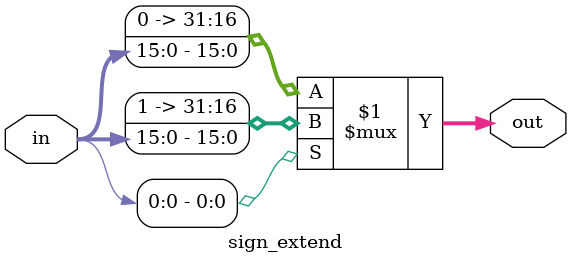
<source format=v>
module sign_extend(
  input [15:0] in,
  output [31:0] out
);
  assign out = (in[0])?({16'b1111111111111111,in}):({16'b0000000000000000,in});
endmodule
  
</source>
